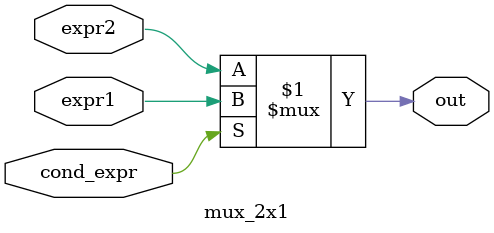
<source format=v>
module mux_2x1(out, expr1, expr2, cond_expr);
output out;
input expr1, expr2, cond_expr;

assign out = (cond_expr) ? (expr1) : (expr2);
endmodule

</source>
